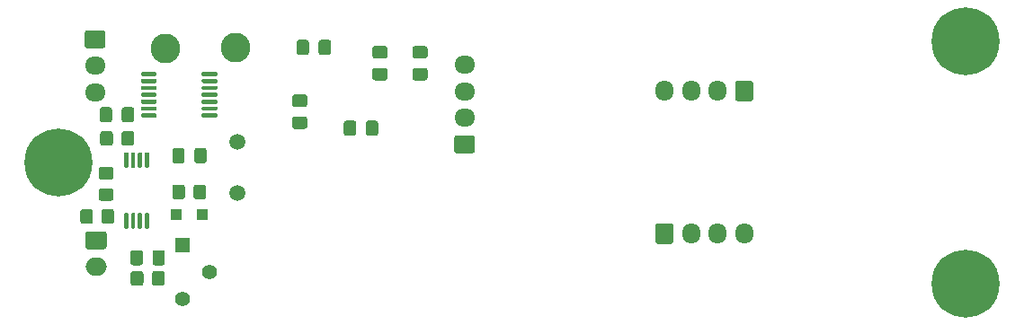
<source format=gbr>
G04 #@! TF.GenerationSoftware,KiCad,Pcbnew,5.1.9*
G04 #@! TF.CreationDate,2021-01-29T13:56:36+08:00*
G04 #@! TF.ProjectId,LaserSwitch-Slave,4c617365-7253-4776-9974-63682d536c61,rev?*
G04 #@! TF.SameCoordinates,Original*
G04 #@! TF.FileFunction,Soldermask,Bot*
G04 #@! TF.FilePolarity,Negative*
%FSLAX46Y46*%
G04 Gerber Fmt 4.6, Leading zero omitted, Abs format (unit mm)*
G04 Created by KiCad (PCBNEW 5.1.9) date 2021-01-29 13:56:36*
%MOMM*%
%LPD*%
G01*
G04 APERTURE LIST*
%ADD10C,2.800000*%
%ADD11C,6.400000*%
%ADD12C,1.500000*%
%ADD13C,1.400000*%
%ADD14R,1.400000X1.400000*%
%ADD15O,1.700000X1.950000*%
%ADD16O,1.950000X1.700000*%
%ADD17R,1.000000X1.000000*%
%ADD18O,2.000000X1.700000*%
G04 APERTURE END LIST*
G04 #@! TO.C,U2*
G36*
G01*
X119388200Y-100516400D02*
X119188200Y-100516400D01*
G75*
G02*
X119088200Y-100416400I0J100000D01*
G01*
X119088200Y-99141400D01*
G75*
G02*
X119188200Y-99041400I100000J0D01*
G01*
X119388200Y-99041400D01*
G75*
G02*
X119488200Y-99141400I0J-100000D01*
G01*
X119488200Y-100416400D01*
G75*
G02*
X119388200Y-100516400I-100000J0D01*
G01*
G37*
G36*
G01*
X118738200Y-100516400D02*
X118538200Y-100516400D01*
G75*
G02*
X118438200Y-100416400I0J100000D01*
G01*
X118438200Y-99141400D01*
G75*
G02*
X118538200Y-99041400I100000J0D01*
G01*
X118738200Y-99041400D01*
G75*
G02*
X118838200Y-99141400I0J-100000D01*
G01*
X118838200Y-100416400D01*
G75*
G02*
X118738200Y-100516400I-100000J0D01*
G01*
G37*
G36*
G01*
X118088200Y-100516400D02*
X117888200Y-100516400D01*
G75*
G02*
X117788200Y-100416400I0J100000D01*
G01*
X117788200Y-99141400D01*
G75*
G02*
X117888200Y-99041400I100000J0D01*
G01*
X118088200Y-99041400D01*
G75*
G02*
X118188200Y-99141400I0J-100000D01*
G01*
X118188200Y-100416400D01*
G75*
G02*
X118088200Y-100516400I-100000J0D01*
G01*
G37*
G36*
G01*
X117438200Y-100516400D02*
X117238200Y-100516400D01*
G75*
G02*
X117138200Y-100416400I0J100000D01*
G01*
X117138200Y-99141400D01*
G75*
G02*
X117238200Y-99041400I100000J0D01*
G01*
X117438200Y-99041400D01*
G75*
G02*
X117538200Y-99141400I0J-100000D01*
G01*
X117538200Y-100416400D01*
G75*
G02*
X117438200Y-100516400I-100000J0D01*
G01*
G37*
G36*
G01*
X117438200Y-106241400D02*
X117238200Y-106241400D01*
G75*
G02*
X117138200Y-106141400I0J100000D01*
G01*
X117138200Y-104866400D01*
G75*
G02*
X117238200Y-104766400I100000J0D01*
G01*
X117438200Y-104766400D01*
G75*
G02*
X117538200Y-104866400I0J-100000D01*
G01*
X117538200Y-106141400D01*
G75*
G02*
X117438200Y-106241400I-100000J0D01*
G01*
G37*
G36*
G01*
X118088200Y-106241400D02*
X117888200Y-106241400D01*
G75*
G02*
X117788200Y-106141400I0J100000D01*
G01*
X117788200Y-104866400D01*
G75*
G02*
X117888200Y-104766400I100000J0D01*
G01*
X118088200Y-104766400D01*
G75*
G02*
X118188200Y-104866400I0J-100000D01*
G01*
X118188200Y-106141400D01*
G75*
G02*
X118088200Y-106241400I-100000J0D01*
G01*
G37*
G36*
G01*
X118738200Y-106241400D02*
X118538200Y-106241400D01*
G75*
G02*
X118438200Y-106141400I0J100000D01*
G01*
X118438200Y-104866400D01*
G75*
G02*
X118538200Y-104766400I100000J0D01*
G01*
X118738200Y-104766400D01*
G75*
G02*
X118838200Y-104866400I0J-100000D01*
G01*
X118838200Y-106141400D01*
G75*
G02*
X118738200Y-106241400I-100000J0D01*
G01*
G37*
G36*
G01*
X119388200Y-106241400D02*
X119188200Y-106241400D01*
G75*
G02*
X119088200Y-106141400I0J100000D01*
G01*
X119088200Y-104866400D01*
G75*
G02*
X119188200Y-104766400I100000J0D01*
G01*
X119388200Y-104766400D01*
G75*
G02*
X119488200Y-104866400I0J-100000D01*
G01*
X119488200Y-106141400D01*
G75*
G02*
X119388200Y-106241400I-100000J0D01*
G01*
G37*
G04 #@! TD*
G04 #@! TO.C,R7*
G36*
G01*
X114992999Y-102431800D02*
X115893001Y-102431800D01*
G75*
G02*
X116143000Y-102681799I0J-249999D01*
G01*
X116143000Y-103381801D01*
G75*
G02*
X115893001Y-103631800I-249999J0D01*
G01*
X114992999Y-103631800D01*
G75*
G02*
X114743000Y-103381801I0J249999D01*
G01*
X114743000Y-102681799D01*
G75*
G02*
X114992999Y-102431800I249999J0D01*
G01*
G37*
G36*
G01*
X114992999Y-100431800D02*
X115893001Y-100431800D01*
G75*
G02*
X116143000Y-100681799I0J-249999D01*
G01*
X116143000Y-101381801D01*
G75*
G02*
X115893001Y-101631800I-249999J0D01*
G01*
X114992999Y-101631800D01*
G75*
G02*
X114743000Y-101381801I0J249999D01*
G01*
X114743000Y-100681799D01*
G75*
G02*
X114992999Y-100431800I249999J0D01*
G01*
G37*
G04 #@! TD*
G04 #@! TO.C,R6*
G36*
G01*
X114204800Y-104655199D02*
X114204800Y-105555201D01*
G75*
G02*
X113954801Y-105805200I-249999J0D01*
G01*
X113254799Y-105805200D01*
G75*
G02*
X113004800Y-105555201I0J249999D01*
G01*
X113004800Y-104655199D01*
G75*
G02*
X113254799Y-104405200I249999J0D01*
G01*
X113954801Y-104405200D01*
G75*
G02*
X114204800Y-104655199I0J-249999D01*
G01*
G37*
G36*
G01*
X116204800Y-104655199D02*
X116204800Y-105555201D01*
G75*
G02*
X115954801Y-105805200I-249999J0D01*
G01*
X115254799Y-105805200D01*
G75*
G02*
X115004800Y-105555201I0J249999D01*
G01*
X115004800Y-104655199D01*
G75*
G02*
X115254799Y-104405200I249999J0D01*
G01*
X115954801Y-104405200D01*
G75*
G02*
X116204800Y-104655199I0J-249999D01*
G01*
G37*
G04 #@! TD*
D10*
G04 #@! TO.C,TP2*
X121056400Y-89255600D03*
G04 #@! TD*
G04 #@! TO.C,TP1*
X127635000Y-89179400D03*
G04 #@! TD*
G04 #@! TO.C,R4*
G36*
G01*
X116084400Y-97289199D02*
X116084400Y-98189201D01*
G75*
G02*
X115834401Y-98439200I-249999J0D01*
G01*
X115134399Y-98439200D01*
G75*
G02*
X114884400Y-98189201I0J249999D01*
G01*
X114884400Y-97289199D01*
G75*
G02*
X115134399Y-97039200I249999J0D01*
G01*
X115834401Y-97039200D01*
G75*
G02*
X116084400Y-97289199I0J-249999D01*
G01*
G37*
G36*
G01*
X118084400Y-97289199D02*
X118084400Y-98189201D01*
G75*
G02*
X117834401Y-98439200I-249999J0D01*
G01*
X117134399Y-98439200D01*
G75*
G02*
X116884400Y-98189201I0J249999D01*
G01*
X116884400Y-97289199D01*
G75*
G02*
X117134399Y-97039200I249999J0D01*
G01*
X117834401Y-97039200D01*
G75*
G02*
X118084400Y-97289199I0J-249999D01*
G01*
G37*
G04 #@! TD*
G04 #@! TO.C,R3*
G36*
G01*
X118954600Y-110497199D02*
X118954600Y-111397201D01*
G75*
G02*
X118704601Y-111647200I-249999J0D01*
G01*
X118004599Y-111647200D01*
G75*
G02*
X117754600Y-111397201I0J249999D01*
G01*
X117754600Y-110497199D01*
G75*
G02*
X118004599Y-110247200I249999J0D01*
G01*
X118704601Y-110247200D01*
G75*
G02*
X118954600Y-110497199I0J-249999D01*
G01*
G37*
G36*
G01*
X120954600Y-110497199D02*
X120954600Y-111397201D01*
G75*
G02*
X120704601Y-111647200I-249999J0D01*
G01*
X120004599Y-111647200D01*
G75*
G02*
X119754600Y-111397201I0J249999D01*
G01*
X119754600Y-110497199D01*
G75*
G02*
X120004599Y-110247200I249999J0D01*
G01*
X120704601Y-110247200D01*
G75*
G02*
X120954600Y-110497199I0J-249999D01*
G01*
G37*
G04 #@! TD*
G04 #@! TO.C,U4*
G36*
G01*
X124451400Y-95674400D02*
X124451400Y-95474400D01*
G75*
G02*
X124551400Y-95374400I100000J0D01*
G01*
X125826400Y-95374400D01*
G75*
G02*
X125926400Y-95474400I0J-100000D01*
G01*
X125926400Y-95674400D01*
G75*
G02*
X125826400Y-95774400I-100000J0D01*
G01*
X124551400Y-95774400D01*
G75*
G02*
X124451400Y-95674400I0J100000D01*
G01*
G37*
G36*
G01*
X124451400Y-95024400D02*
X124451400Y-94824400D01*
G75*
G02*
X124551400Y-94724400I100000J0D01*
G01*
X125826400Y-94724400D01*
G75*
G02*
X125926400Y-94824400I0J-100000D01*
G01*
X125926400Y-95024400D01*
G75*
G02*
X125826400Y-95124400I-100000J0D01*
G01*
X124551400Y-95124400D01*
G75*
G02*
X124451400Y-95024400I0J100000D01*
G01*
G37*
G36*
G01*
X124451400Y-94374400D02*
X124451400Y-94174400D01*
G75*
G02*
X124551400Y-94074400I100000J0D01*
G01*
X125826400Y-94074400D01*
G75*
G02*
X125926400Y-94174400I0J-100000D01*
G01*
X125926400Y-94374400D01*
G75*
G02*
X125826400Y-94474400I-100000J0D01*
G01*
X124551400Y-94474400D01*
G75*
G02*
X124451400Y-94374400I0J100000D01*
G01*
G37*
G36*
G01*
X124451400Y-93724400D02*
X124451400Y-93524400D01*
G75*
G02*
X124551400Y-93424400I100000J0D01*
G01*
X125826400Y-93424400D01*
G75*
G02*
X125926400Y-93524400I0J-100000D01*
G01*
X125926400Y-93724400D01*
G75*
G02*
X125826400Y-93824400I-100000J0D01*
G01*
X124551400Y-93824400D01*
G75*
G02*
X124451400Y-93724400I0J100000D01*
G01*
G37*
G36*
G01*
X124451400Y-93074400D02*
X124451400Y-92874400D01*
G75*
G02*
X124551400Y-92774400I100000J0D01*
G01*
X125826400Y-92774400D01*
G75*
G02*
X125926400Y-92874400I0J-100000D01*
G01*
X125926400Y-93074400D01*
G75*
G02*
X125826400Y-93174400I-100000J0D01*
G01*
X124551400Y-93174400D01*
G75*
G02*
X124451400Y-93074400I0J100000D01*
G01*
G37*
G36*
G01*
X124451400Y-92424400D02*
X124451400Y-92224400D01*
G75*
G02*
X124551400Y-92124400I100000J0D01*
G01*
X125826400Y-92124400D01*
G75*
G02*
X125926400Y-92224400I0J-100000D01*
G01*
X125926400Y-92424400D01*
G75*
G02*
X125826400Y-92524400I-100000J0D01*
G01*
X124551400Y-92524400D01*
G75*
G02*
X124451400Y-92424400I0J100000D01*
G01*
G37*
G36*
G01*
X124451400Y-91774400D02*
X124451400Y-91574400D01*
G75*
G02*
X124551400Y-91474400I100000J0D01*
G01*
X125826400Y-91474400D01*
G75*
G02*
X125926400Y-91574400I0J-100000D01*
G01*
X125926400Y-91774400D01*
G75*
G02*
X125826400Y-91874400I-100000J0D01*
G01*
X124551400Y-91874400D01*
G75*
G02*
X124451400Y-91774400I0J100000D01*
G01*
G37*
G36*
G01*
X118726400Y-91774400D02*
X118726400Y-91574400D01*
G75*
G02*
X118826400Y-91474400I100000J0D01*
G01*
X120101400Y-91474400D01*
G75*
G02*
X120201400Y-91574400I0J-100000D01*
G01*
X120201400Y-91774400D01*
G75*
G02*
X120101400Y-91874400I-100000J0D01*
G01*
X118826400Y-91874400D01*
G75*
G02*
X118726400Y-91774400I0J100000D01*
G01*
G37*
G36*
G01*
X118726400Y-92424400D02*
X118726400Y-92224400D01*
G75*
G02*
X118826400Y-92124400I100000J0D01*
G01*
X120101400Y-92124400D01*
G75*
G02*
X120201400Y-92224400I0J-100000D01*
G01*
X120201400Y-92424400D01*
G75*
G02*
X120101400Y-92524400I-100000J0D01*
G01*
X118826400Y-92524400D01*
G75*
G02*
X118726400Y-92424400I0J100000D01*
G01*
G37*
G36*
G01*
X118726400Y-93074400D02*
X118726400Y-92874400D01*
G75*
G02*
X118826400Y-92774400I100000J0D01*
G01*
X120101400Y-92774400D01*
G75*
G02*
X120201400Y-92874400I0J-100000D01*
G01*
X120201400Y-93074400D01*
G75*
G02*
X120101400Y-93174400I-100000J0D01*
G01*
X118826400Y-93174400D01*
G75*
G02*
X118726400Y-93074400I0J100000D01*
G01*
G37*
G36*
G01*
X118726400Y-93724400D02*
X118726400Y-93524400D01*
G75*
G02*
X118826400Y-93424400I100000J0D01*
G01*
X120101400Y-93424400D01*
G75*
G02*
X120201400Y-93524400I0J-100000D01*
G01*
X120201400Y-93724400D01*
G75*
G02*
X120101400Y-93824400I-100000J0D01*
G01*
X118826400Y-93824400D01*
G75*
G02*
X118726400Y-93724400I0J100000D01*
G01*
G37*
G36*
G01*
X118726400Y-94374400D02*
X118726400Y-94174400D01*
G75*
G02*
X118826400Y-94074400I100000J0D01*
G01*
X120101400Y-94074400D01*
G75*
G02*
X120201400Y-94174400I0J-100000D01*
G01*
X120201400Y-94374400D01*
G75*
G02*
X120101400Y-94474400I-100000J0D01*
G01*
X118826400Y-94474400D01*
G75*
G02*
X118726400Y-94374400I0J100000D01*
G01*
G37*
G36*
G01*
X118726400Y-95024400D02*
X118726400Y-94824400D01*
G75*
G02*
X118826400Y-94724400I100000J0D01*
G01*
X120101400Y-94724400D01*
G75*
G02*
X120201400Y-94824400I0J-100000D01*
G01*
X120201400Y-95024400D01*
G75*
G02*
X120101400Y-95124400I-100000J0D01*
G01*
X118826400Y-95124400D01*
G75*
G02*
X118726400Y-95024400I0J100000D01*
G01*
G37*
G36*
G01*
X118726400Y-95674400D02*
X118726400Y-95474400D01*
G75*
G02*
X118826400Y-95374400I100000J0D01*
G01*
X120101400Y-95374400D01*
G75*
G02*
X120201400Y-95474400I0J-100000D01*
G01*
X120201400Y-95674400D01*
G75*
G02*
X120101400Y-95774400I-100000J0D01*
G01*
X118826400Y-95774400D01*
G75*
G02*
X118726400Y-95674400I0J100000D01*
G01*
G37*
G04 #@! TD*
D11*
G04 #@! TO.C,H3*
X196418200Y-111404400D03*
G04 #@! TD*
G04 #@! TO.C,H2*
X196418200Y-88569800D03*
G04 #@! TD*
G04 #@! TO.C,H1*
X110947200Y-100000000D03*
G04 #@! TD*
G04 #@! TO.C,C16*
G36*
G01*
X116009000Y-95029000D02*
X116009000Y-95979000D01*
G75*
G02*
X115759000Y-96229000I-250000J0D01*
G01*
X115084000Y-96229000D01*
G75*
G02*
X114834000Y-95979000I0J250000D01*
G01*
X114834000Y-95029000D01*
G75*
G02*
X115084000Y-94779000I250000J0D01*
G01*
X115759000Y-94779000D01*
G75*
G02*
X116009000Y-95029000I0J-250000D01*
G01*
G37*
G36*
G01*
X118084000Y-95029000D02*
X118084000Y-95979000D01*
G75*
G02*
X117834000Y-96229000I-250000J0D01*
G01*
X117159000Y-96229000D01*
G75*
G02*
X116909000Y-95979000I0J250000D01*
G01*
X116909000Y-95029000D01*
G75*
G02*
X117159000Y-94779000I250000J0D01*
G01*
X117834000Y-94779000D01*
G75*
G02*
X118084000Y-95029000I0J-250000D01*
G01*
G37*
G04 #@! TD*
D12*
G04 #@! TO.C,Y1*
X127838200Y-102924000D03*
X127838200Y-98044000D03*
G04 #@! TD*
D13*
G04 #@! TO.C,RV1*
X125196600Y-110312200D03*
X122656600Y-112852200D03*
D14*
X122656600Y-107772200D03*
G04 #@! TD*
G04 #@! TO.C,R1*
G36*
G01*
X122866200Y-102343799D02*
X122866200Y-103243801D01*
G75*
G02*
X122616201Y-103493800I-249999J0D01*
G01*
X121916199Y-103493800D01*
G75*
G02*
X121666200Y-103243801I0J249999D01*
G01*
X121666200Y-102343799D01*
G75*
G02*
X121916199Y-102093800I249999J0D01*
G01*
X122616201Y-102093800D01*
G75*
G02*
X122866200Y-102343799I0J-249999D01*
G01*
G37*
G36*
G01*
X124866200Y-102343799D02*
X124866200Y-103243801D01*
G75*
G02*
X124616201Y-103493800I-249999J0D01*
G01*
X123916199Y-103493800D01*
G75*
G02*
X123666200Y-103243801I0J249999D01*
G01*
X123666200Y-102343799D01*
G75*
G02*
X123916199Y-102093800I249999J0D01*
G01*
X124616201Y-102093800D01*
G75*
G02*
X124866200Y-102343799I0J-249999D01*
G01*
G37*
G04 #@! TD*
D15*
G04 #@! TO.C,J4*
X175521000Y-106718000D03*
X173021000Y-106718000D03*
X170521000Y-106718000D03*
G36*
G01*
X167171000Y-107443000D02*
X167171000Y-105993000D01*
G75*
G02*
X167421000Y-105743000I250000J0D01*
G01*
X168621000Y-105743000D01*
G75*
G02*
X168871000Y-105993000I0J-250000D01*
G01*
X168871000Y-107443000D01*
G75*
G02*
X168621000Y-107693000I-250000J0D01*
G01*
X167421000Y-107693000D01*
G75*
G02*
X167171000Y-107443000I0J250000D01*
G01*
G37*
G04 #@! TD*
D16*
G04 #@! TO.C,J3*
X114401600Y-93392000D03*
X114401600Y-90892000D03*
G36*
G01*
X113676600Y-87542000D02*
X115126600Y-87542000D01*
G75*
G02*
X115376600Y-87792000I0J-250000D01*
G01*
X115376600Y-88992000D01*
G75*
G02*
X115126600Y-89242000I-250000J0D01*
G01*
X113676600Y-89242000D01*
G75*
G02*
X113426600Y-88992000I0J250000D01*
G01*
X113426600Y-87792000D01*
G75*
G02*
X113676600Y-87542000I250000J0D01*
G01*
G37*
G04 #@! TD*
G04 #@! TO.C,J2*
X149199600Y-90798000D03*
X149199600Y-93298000D03*
X149199600Y-95798000D03*
G36*
G01*
X149924600Y-99148000D02*
X148474600Y-99148000D01*
G75*
G02*
X148224600Y-98898000I0J250000D01*
G01*
X148224600Y-97698000D01*
G75*
G02*
X148474600Y-97448000I250000J0D01*
G01*
X149924600Y-97448000D01*
G75*
G02*
X150174600Y-97698000I0J-250000D01*
G01*
X150174600Y-98898000D01*
G75*
G02*
X149924600Y-99148000I-250000J0D01*
G01*
G37*
G04 #@! TD*
D15*
G04 #@! TO.C,J1*
X168033700Y-93268900D03*
X170533700Y-93268900D03*
X173033700Y-93268900D03*
G36*
G01*
X176383700Y-92543900D02*
X176383700Y-93993900D01*
G75*
G02*
X176133700Y-94243900I-250000J0D01*
G01*
X174933700Y-94243900D01*
G75*
G02*
X174683700Y-93993900I0J250000D01*
G01*
X174683700Y-92543900D01*
G75*
G02*
X174933700Y-92293900I250000J0D01*
G01*
X176133700Y-92293900D01*
G75*
G02*
X176383700Y-92543900I0J-250000D01*
G01*
G37*
G04 #@! TD*
D17*
G04 #@! TO.C,D2*
X122016200Y-104927400D03*
X124516200Y-104927400D03*
G04 #@! TD*
D18*
G04 #@! TO.C,D1*
X114490500Y-109853100D03*
G36*
G01*
X113740500Y-106503100D02*
X115240500Y-106503100D01*
G75*
G02*
X115490500Y-106753100I0J-250000D01*
G01*
X115490500Y-107953100D01*
G75*
G02*
X115240500Y-108203100I-250000J0D01*
G01*
X113740500Y-108203100D01*
G75*
G02*
X113490500Y-107953100I0J250000D01*
G01*
X113490500Y-106753100D01*
G75*
G02*
X113740500Y-106503100I250000J0D01*
G01*
G37*
G04 #@! TD*
G04 #@! TO.C,C15*
G36*
G01*
X138996000Y-96299000D02*
X138996000Y-97249000D01*
G75*
G02*
X138746000Y-97499000I-250000J0D01*
G01*
X138071000Y-97499000D01*
G75*
G02*
X137821000Y-97249000I0J250000D01*
G01*
X137821000Y-96299000D01*
G75*
G02*
X138071000Y-96049000I250000J0D01*
G01*
X138746000Y-96049000D01*
G75*
G02*
X138996000Y-96299000I0J-250000D01*
G01*
G37*
G36*
G01*
X141071000Y-96299000D02*
X141071000Y-97249000D01*
G75*
G02*
X140821000Y-97499000I-250000J0D01*
G01*
X140146000Y-97499000D01*
G75*
G02*
X139896000Y-97249000I0J250000D01*
G01*
X139896000Y-96299000D01*
G75*
G02*
X140146000Y-96049000I250000J0D01*
G01*
X140821000Y-96049000D01*
G75*
G02*
X141071000Y-96299000I0J-250000D01*
G01*
G37*
G04 #@! TD*
G04 #@! TO.C,C14*
G36*
G01*
X144533600Y-91102600D02*
X145483600Y-91102600D01*
G75*
G02*
X145733600Y-91352600I0J-250000D01*
G01*
X145733600Y-92027600D01*
G75*
G02*
X145483600Y-92277600I-250000J0D01*
G01*
X144533600Y-92277600D01*
G75*
G02*
X144283600Y-92027600I0J250000D01*
G01*
X144283600Y-91352600D01*
G75*
G02*
X144533600Y-91102600I250000J0D01*
G01*
G37*
G36*
G01*
X144533600Y-89027600D02*
X145483600Y-89027600D01*
G75*
G02*
X145733600Y-89277600I0J-250000D01*
G01*
X145733600Y-89952600D01*
G75*
G02*
X145483600Y-90202600I-250000J0D01*
G01*
X144533600Y-90202600D01*
G75*
G02*
X144283600Y-89952600I0J250000D01*
G01*
X144283600Y-89277600D01*
G75*
G02*
X144533600Y-89027600I250000J0D01*
G01*
G37*
G04 #@! TD*
G04 #@! TO.C,C13*
G36*
G01*
X135451000Y-89629000D02*
X135451000Y-88679000D01*
G75*
G02*
X135701000Y-88429000I250000J0D01*
G01*
X136376000Y-88429000D01*
G75*
G02*
X136626000Y-88679000I0J-250000D01*
G01*
X136626000Y-89629000D01*
G75*
G02*
X136376000Y-89879000I-250000J0D01*
G01*
X135701000Y-89879000D01*
G75*
G02*
X135451000Y-89629000I0J250000D01*
G01*
G37*
G36*
G01*
X133376000Y-89629000D02*
X133376000Y-88679000D01*
G75*
G02*
X133626000Y-88429000I250000J0D01*
G01*
X134301000Y-88429000D01*
G75*
G02*
X134551000Y-88679000I0J-250000D01*
G01*
X134551000Y-89629000D01*
G75*
G02*
X134301000Y-89879000I-250000J0D01*
G01*
X133626000Y-89879000D01*
G75*
G02*
X133376000Y-89629000I0J250000D01*
G01*
G37*
G04 #@! TD*
G04 #@! TO.C,C12*
G36*
G01*
X134155200Y-94774600D02*
X133205200Y-94774600D01*
G75*
G02*
X132955200Y-94524600I0J250000D01*
G01*
X132955200Y-93849600D01*
G75*
G02*
X133205200Y-93599600I250000J0D01*
G01*
X134155200Y-93599600D01*
G75*
G02*
X134405200Y-93849600I0J-250000D01*
G01*
X134405200Y-94524600D01*
G75*
G02*
X134155200Y-94774600I-250000J0D01*
G01*
G37*
G36*
G01*
X134155200Y-96849600D02*
X133205200Y-96849600D01*
G75*
G02*
X132955200Y-96599600I0J250000D01*
G01*
X132955200Y-95924600D01*
G75*
G02*
X133205200Y-95674600I250000J0D01*
G01*
X134155200Y-95674600D01*
G75*
G02*
X134405200Y-95924600I0J-250000D01*
G01*
X134405200Y-96599600D01*
G75*
G02*
X134155200Y-96849600I-250000J0D01*
G01*
G37*
G04 #@! TD*
G04 #@! TO.C,C11*
G36*
G01*
X141699000Y-90202600D02*
X140749000Y-90202600D01*
G75*
G02*
X140499000Y-89952600I0J250000D01*
G01*
X140499000Y-89277600D01*
G75*
G02*
X140749000Y-89027600I250000J0D01*
G01*
X141699000Y-89027600D01*
G75*
G02*
X141949000Y-89277600I0J-250000D01*
G01*
X141949000Y-89952600D01*
G75*
G02*
X141699000Y-90202600I-250000J0D01*
G01*
G37*
G36*
G01*
X141699000Y-92277600D02*
X140749000Y-92277600D01*
G75*
G02*
X140499000Y-92027600I0J250000D01*
G01*
X140499000Y-91352600D01*
G75*
G02*
X140749000Y-91102600I250000J0D01*
G01*
X141699000Y-91102600D01*
G75*
G02*
X141949000Y-91352600I0J-250000D01*
G01*
X141949000Y-92027600D01*
G75*
G02*
X141699000Y-92277600I-250000J0D01*
G01*
G37*
G04 #@! TD*
G04 #@! TO.C,C7*
G36*
G01*
X122841600Y-98889800D02*
X122841600Y-99839800D01*
G75*
G02*
X122591600Y-100089800I-250000J0D01*
G01*
X121916600Y-100089800D01*
G75*
G02*
X121666600Y-99839800I0J250000D01*
G01*
X121666600Y-98889800D01*
G75*
G02*
X121916600Y-98639800I250000J0D01*
G01*
X122591600Y-98639800D01*
G75*
G02*
X122841600Y-98889800I0J-250000D01*
G01*
G37*
G36*
G01*
X124916600Y-98889800D02*
X124916600Y-99839800D01*
G75*
G02*
X124666600Y-100089800I-250000J0D01*
G01*
X123991600Y-100089800D01*
G75*
G02*
X123741600Y-99839800I0J250000D01*
G01*
X123741600Y-98889800D01*
G75*
G02*
X123991600Y-98639800I250000J0D01*
G01*
X124666600Y-98639800D01*
G75*
G02*
X124916600Y-98889800I0J-250000D01*
G01*
G37*
G04 #@! TD*
G04 #@! TO.C,C2*
G36*
G01*
X119804600Y-109466400D02*
X119804600Y-108516400D01*
G75*
G02*
X120054600Y-108266400I250000J0D01*
G01*
X120729600Y-108266400D01*
G75*
G02*
X120979600Y-108516400I0J-250000D01*
G01*
X120979600Y-109466400D01*
G75*
G02*
X120729600Y-109716400I-250000J0D01*
G01*
X120054600Y-109716400D01*
G75*
G02*
X119804600Y-109466400I0J250000D01*
G01*
G37*
G36*
G01*
X117729600Y-109466400D02*
X117729600Y-108516400D01*
G75*
G02*
X117979600Y-108266400I250000J0D01*
G01*
X118654600Y-108266400D01*
G75*
G02*
X118904600Y-108516400I0J-250000D01*
G01*
X118904600Y-109466400D01*
G75*
G02*
X118654600Y-109716400I-250000J0D01*
G01*
X117979600Y-109716400D01*
G75*
G02*
X117729600Y-109466400I0J250000D01*
G01*
G37*
G04 #@! TD*
M02*

</source>
